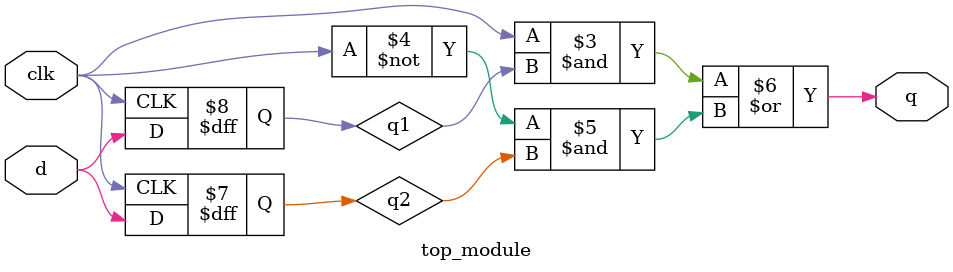
<source format=v>
module top_module (
    input clk,
    input d,
    output q
);
    reg q1, q2;
    always @(posedge clk) q1 <= d;
    always @(negedge clk) q2 <= d;
    assign q = clk & q1 | ~clk & q2;
endmodule
</source>
